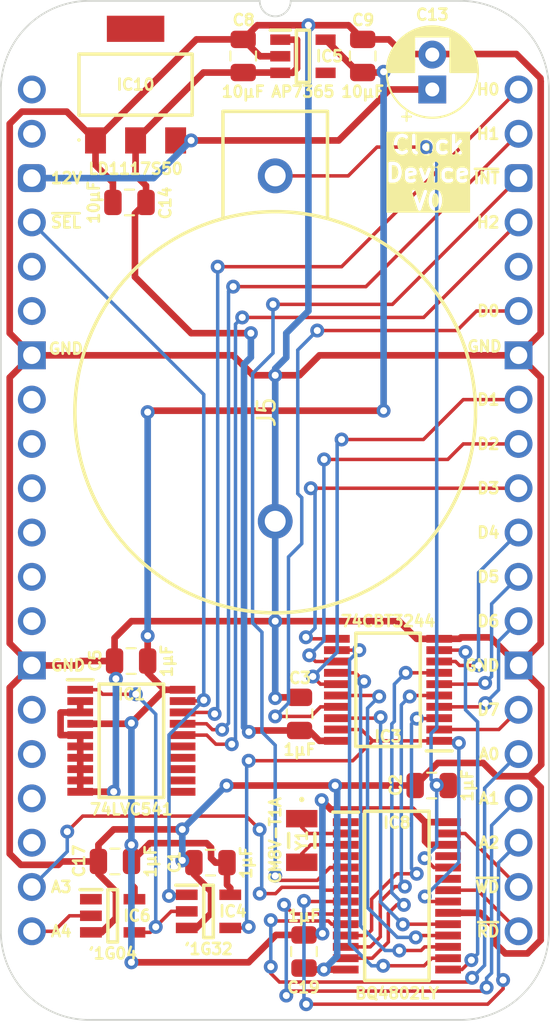
<source format=kicad_pcb>
(kicad_pcb (version 20240108) (generator "pcbnew") (generator_version "8.0")
  (title_block (title "Status Device Board") (date "2024-05-16") (rev "V1"))
  (layers (0 "F.Cu" signal) (31 "B.Cu" signal) (34 "B.Paste" user) (35 "F.Paste" user) (36 "B.SilkS" user "B.Silkscreen") (37 "F.SilkS" user "F.Silkscreen") (38 "B.Mask" user) (39 "F.Mask" user) (44 "Edge.Cuts" user))
  (net 0 "")
  (net 1 "/3.3V")
  (net 9 "/~{A4}")
  (net 11 "/~{CS}")
  (net 12 "GND")
  (net 13 "~{Select}")
  (net 14 "H2")
  (net 15 "H1")
  (net 16 "H0")
  (net 17 "D7")
  (net 18 "D6")
  (net 19 "D5")
  (net 20 "D4")
  (net 21 "D3")
  (net 22 "D2")
  (net 23 "D1")
  (net 24 "D0")
  (net 25 "A0")
  (net 26 "A1")
  (net 27 "A2")
  (net 28 "~{WD}")
  (net 29 "/5V")
  (net 30 "12V")
  (net 33 "/X1")
  (net 35 "/X2")
  (net 36 "/3V Bat")
  (net 39 "~{RD}")
  (net 40 "~{INT}")
  (net 46 "A3")
  (net 47 "A4")
  (net 55 "/DQ3")
  (net 56 "/DQ7")
  (net 57 "/DQ1")
  (net 58 "/DQ2")
  (net 59 "/DQ0")
  (net 60 "/DQ4")
  (net 61 "/DQ6")
  (net 62 "/DQ5")
  (footprint "SamacSys_Parts:C_0805" (layer "F.Cu") (at 5.588 6.477 -90)
    (property "Reference" "C14")
    (property "Value" "10µF")
  )
  (footprint "SamacSys_Parts:C_0805" (layer "F.Cu") (at 22.97 39.904 90)
    (property "Reference" "C2")
    (property "Value" "1μF")
  )
  (footprint "SamacSys_Parts:C_0805" (layer "F.Cu") (at 12.133 -1.905)
    (property "Reference" "C8")
    (property "Value" "10µF")
  )
  (footprint "SamacSys_Parts:C_0805" (layer "F.Cu") (at 10.268 44.323 90)
    (property "Reference" "C1")
    (property "Value" "1μF")
  )
  (footprint "SamacSys_Parts:SIP_20_Pins" (layer "F.Cu") (at 0 0)
    (property "Reference" "J1" (hide yes))
    (property "Value" "Conn_01x20" (hide yes))
  )
  (footprint "SamacSys_Parts:LD1117S33C" (layer "F.Cu") (at 5.955 -0.279)
    (property "Reference" "IC10")
    (property "Value" "LD1117S50C" (hide yes))
  )
  (footprint "SamacSys_Parts:SOP65P640X120-28N" (layer "F.Cu") (at 20.955 46.228)
    (property "Reference" "IC8")
    (property "Value" "BQ4802LYPWR" (hide yes))
  )
  (footprint "SamacSys_Parts:C_0805" (layer "F.Cu") (at 5.715 32.766 90)
    (property "Reference" "C5")
    (property "Value" "1μF")
  )
  (footprint "SamacSys_Parts:SOP65P640X120-20N" (layer "F.Cu") (at 20.447 34.417 180)
    (property "Reference" "IC3")
    (property "Value" "SN74CBT3244CPWR" (hide yes))
  )
  (footprint "SamacSys_Parts:C_0805" (layer "F.Cu") (at 15.367 35.814)
    (property "Reference" "C3")
    (property "Value" "1μF")
  )
  (footprint "SamacSys_Parts:SOT95P275X110-5N" (layer "F.Cu") (at 4.64 47.371)
    (property "Reference" "IC6")
    (property "Value" "74LVC1G04GV,125" (hide yes))
  )
  (footprint "SamacSys_Parts:C_0805" (layer "F.Cu") (at 4.787 44.257 90)
    (property "Reference" "C17")
    (property "Value" "1μF")
  )
  (footprint "SamacSys_Parts:C_0805" (layer "F.Cu") (at 15.621 49.403 180)
    (property "Reference" "C19")
    (property "Value" "1μF")
  )
  (footprint "SamacSys_Parts:SC32S7PF20PPM" (layer "F.Cu") (at 15.494 43.053 -90)
    (property "Reference" "Y1")
    (property "Value" "32.768KHz" (hide yes))
  )
  (footprint "SamacSys_Parts:237-8270" (layer "F.Cu") (at 13.97 18.503 90)
    (property "Reference" "J5")
    (property "Value" "~")
  )
  (footprint "SamacSys_Parts:SOT95P275X110-5N" (layer "F.Cu") (at 10.141 47.117)
    (property "Reference" "IC4")
    (property "Value" "74LVC1G32GV,125" (hide yes))
  )
  (footprint "SamacSys_Parts:C_0805" (layer "F.Cu") (at 18.991 -1.905)
    (property "Reference" "C9")
    (property "Value" "10µF")
  )
  (footprint "SamacSys_Parts:SOP65P640X110-20N" (layer "F.Cu") (at 5.715 37.338)
    (property "Reference" "IC1")
    (property "Value" "74LVC541APW,118" (hide yes))
  )
  (footprint "SamacSys_Parts:SOT95P285X130-5N" (layer "F.Cu") (at 15.562 -1.905)
    (property "Reference" "IC5")
    (property "Value" "AP7365-33WG-7" (hide yes))
  )
  (footprint "SamacSys_Parts:SIP_20_Pins" (layer "F.Cu") (at 27.94 0)
    (property "Reference" "J2" (hide yes))
    (property "Value" "Conn_01x20" (hide yes))
  )
  (footprint "Capacitor_THT:CP_Radial_D5.0mm_P2.00mm" (layer "F.Cu") (at 22.987 0 90)
    (property "Reference" "C13")
    (property "Value" "10μF")
  )
  (footprint "SamacSys_Parts:PinHeader_1x20_P2.54mm_Vertical" (layer "B.Cu") (at 27.94 0 180)
    (property "Reference" "J3" (hide yes))
    (property "Value" "Pin_Header_01x20" (hide yes))
  )
  (footprint "SamacSys_Parts:PinHeader_1x20_P2.54mm_Vertical" (layer "B.Cu") (at 0 0 180)
    (property "Reference" "J4" (hide yes))
    (property "Value" "Pin_Header_01x20" (hide yes))
  )
  (gr_arc (start -1.778 0) (mid -0.299109 -3.588368) (end 3.283981 -5.08) (stroke (width 0.1)) (layer "Edge.Cuts"))
  (gr_arc (start 14.859 -5.08) (mid 13.97 -4.191) (end 13.081 -5.08) (stroke (width 0.1)) (layer "Edge.Cuts"))
  (gr_arc (start 24.599257 -5.079999) (mid 28.194 -3.594743) (end 29.679256 0) (stroke (width 0.1)) (layer "Edge.Cuts"))
  (gr_arc (start 3.283981 53.34) (mid -0.299109 51.848368) (end -1.778 48.26) (stroke (width 0.1)) (layer "Edge.Cuts"))
  (gr_line (start 29.679257 0) (end 29.679257 48.26) (stroke (width 0.1)) (layer "Edge.Cuts"))
  (gr_arc (start 29.679257 48.26) (mid 28.200366 51.848368) (end 24.617276 53.34) (stroke (width 0.1)) (layer "Edge.Cuts"))
  (gr_line (start 24.617276 53.34) (end 3.283981 53.34) (stroke (width 0.1)) (layer "Edge.Cuts"))
  (gr_line (start 13.081 -5.08) (end 3.283981 -5.08) (stroke (width 0.1)) (layer "Edge.Cuts"))
  (gr_line (start -1.778 0) (end -1.778 48.26) (stroke (width 0.1)) (layer "Edge.Cuts"))
  (gr_line (start 24.599257 -5.079999) (end 14.859 -5.08) (stroke (width 0.1)) (layer "Edge.Cuts"))
  (gr_text "D0" (at 26.924 12.7 0) (layer "F.SilkS") (effects (font (size 0.635 0.635) (thickness 0.15) (bold yes)) (justify right)))
  (gr_text "GND" (at 27.051 14.732 0) (layer "F.SilkS") (effects (font (size 0.635 0.635) (thickness 0.15) (bold yes)) (justify right)))
  (gr_text "12V" (at 1.016 5.08 0) (layer "F.SilkS") (effects (font (size 0.635 0.635) (thickness 0.15) (bold yes)) (justify left)))
  (gr_text "H2" (at 26.924 7.62 0) (layer "F.SilkS") (effects (font (size 0.635 0.635) (thickness 0.15) (bold yes)) (justify right)))
  (gr_text "A4" (at 1.016 48.26 0) (layer "F.SilkS") (effects (font (size 0.635 0.635) (thickness 0.15) (bold yes)) (justify left)))
  (gr_text "GND" (at 1.016 33.02 0) (layer "F.SilkS") (effects (font (size 0.635 0.635) (thickness 0.15) (bold yes)) (justify left)))
  (gr_text "A0" (at 26.924 38.1 0) (layer "F.SilkS") (effects (font (size 0.635 0.635) (thickness 0.15) (bold yes)) (justify right)))
  (gr_text "D5" (at 26.924 27.94 0) (layer "F.SilkS") (effects (font (size 0.635 0.635) (thickness 0.15) (bold yes)) (justify right)))
  (gr_text "A2" (at 26.924 43.18 0) (layer "F.SilkS") (effects (font (size 0.635 0.635) (thickness 0.15) (bold yes)) (justify right)))
  (gr_text "~{INT}" (at 26.924 5.08 0) (layer "F.SilkS") (effects (font (size 0.635 0.635) (thickness 0.15) (bold yes)) (justify right)))
  (gr_text "A3" (at 1.016 45.72 0) (layer "F.SilkS") (effects (font (size 0.635 0.635) (thickness 0.15) (bold yes)) (justify left)))
  (gr_text "~{SEL}" (at 1.016 7.62 0) (layer "F.SilkS") (effects (font (size 0.635 0.635) (thickness 0.15) (bold yes)) (justify left)))
  (gr_text "H0" (at 26.924 0 0) (layer "F.SilkS") (effects (font (size 0.635 0.635) (thickness 0.15) (bold yes)) (justify right)))
  (gr_text "D2" (at 26.924 20.32 0) (layer "F.SilkS") (effects (font (size 0.635 0.635) (thickness 0.15) (bold yes)) (justify right)))
  (gr_text "D1" (at 26.924 17.78 0) (layer "F.SilkS") (effects (font (size 0.635 0.635) (thickness 0.15) (bold yes)) (justify right)))
  (gr_text "D3" (at 26.924 22.86 0) (layer "F.SilkS") (effects (font (size 0.635 0.635) (thickness 0.15) (bold yes)) (justify right)))
  (gr_text "~{WD}" (at 26.924 45.72 0) (layer "F.SilkS") (effects (font (size 0.635 0.635) (thickness 0.15) (bold yes)) (justify right)))
  (gr_text "GND" (at 26.924 33.02 0) (layer "F.SilkS") (effects (font (size 0.635 0.635) (thickness 0.15) (bold yes)) (justify right)))
  (gr_text "D6" (at 26.924 30.48 0) (layer "F.SilkS") (effects (font (size 0.635 0.635) (thickness 0.15) (bold yes)) (justify right)))
  (gr_text "~{RD}" (at 26.924 48.26 0) (layer "F.SilkS") (effects (font (size 0.635 0.635) (thickness 0.15) (bold yes)) (justify right)))
  (gr_text "D7" (at 26.924 35.56 0) (layer "F.SilkS") (effects (font (size 0.635 0.635) (thickness 0.15) (bold yes)) (justify right)))
  (gr_text "A1" (at 26.924 40.64 0) (layer "F.SilkS") (effects (font (size 0.635 0.635) (thickness 0.15) (bold yes)) (justify right)))
  (gr_text "Clock\nDevice\nV0" (at 22.733 6.985 0) (layer "F.SilkS" knockout) (effects (font (size 1 1) (thickness 0.2) (bold yes)) (justify bottom)))
  (gr_text "H1" (at 26.924 2.54 0) (layer "F.SilkS") (effects (font (size 0.635 0.635) (thickness 0.15) (bold yes)) (justify right)))
  (gr_text "D4" (at 26.924 25.4 0) (layer "F.SilkS") (effects (font (size 0.635 0.635) (thickness 0.15) (bold yes)) (justify right)))
  (gr_text "GND" (at 0.889 14.859 0) (layer "F.SilkS") (effects (font (size 0.635 0.635) (thickness 0.15) (bold yes)) (justify left)))
  (segment (start 5.674 36.363) (end 5.715 36.322) (width 0.38) (layer "F.Cu") (net 1))
  (segment (start 6.649 33.446) (end 7.616 34.413) (width 0.38) (layer "F.Cu") (net 1))
  (segment (start 5.89 46.421) (end 5.89 45.762) (width 0.38) (layer "F.Cu") (net 1))
  (segment (start 5.715 43.307) (end 5.715 44.251) (width 0.38) (layer "F.Cu") (net 1))
  (segment (start 10.287 44.069) (end 10.287 43.462) (width 0.38) (layer "F.Cu") (net 1))
  (segment (start 7.616 34.413) (end 8.653 34.413) (width 0.38) (layer "F.Cu") (net 1))
  (segment (start 10.033 43.208) (end 6.77 43.208) (width 0.38) (layer "F.Cu") (net 1))
  (segment (start 2.777 36.363) (end 5.674 36.363) (width 0.38) (layer "F.Cu") (net 1))
  (segment (start 10.287 43.462) (end 10.033 43.208) (width 0.38) (layer "F.Cu") (net 1))
  (segment (start 11.202 44.323) (end 10.541 44.323) (width 0.38) (layer "F.Cu") (net 1))
  (segment (start 22.572 43.0995) (end 22.572 42.003) (width 0.38) (layer "F.Cu") (net 1))
  (segment (start 5.715 36.314) (end 5.715 36.322) (width 0.38) (layer "F.Cu") (net 1))
  (segment (start 11.391 46.167) (end 11.391 45.782) (width 0.38) (layer "F.Cu") (net 1))
  (segment (start 11.391 45.782) (end 11.202 45.593) (width 0.38) (layer "F.Cu") (net 1))
  (segment (start 19.983998 -1.016) (end 20.193 -1.016) (width 0.38) (layer "F.Cu") (net 1))
  (segment (start 15.621 48.469) (end 16.597498 48.469) (width 0.38) (layer "F.Cu") (net 1))
  (segment (start 15.621 48.469) (end 14.015 48.469) (width 0.38) (layer "F.Cu") (net 1))
  (segment (start 22.572 42.003) (end 23.893 42.003) (width 0.38) (layer "F.Cu") (net 1))
  (segment (start 22.7755 43.303) (end 22.572 43.0995) (width 0.38) (layer "F.Cu") (net 1))
  (segment (start 11.202 44.323) (end 11.202 45.593) (width 0.38) (layer "F.Cu") (net 1))
  (segment (start 6.649 32.766) (end 6.649 33.446) (width 0.38) (layer "F.Cu") (net 1))
  (segment (start 21.844 41.275) (end 17.168 41.275) (width 0.38) (layer "F.Cu") (net 1))
  (segment (start 18.991 -0.971) (end 19.938998 -0.971) (width 0.38) (layer "F.Cu") (net 1))
  (segment (start 6.649 31.320002) (end 6.648998 31.32) (width 0.38) (layer "F.Cu") (net 1))
  (segment (start 19.938998 -0.971) (end 19.983998 -1.016) (width 0.38) (layer "F.Cu") (net 1))
  (segment (start 5.721 44.257) (end 5.721 45.593) (width 0.38) (layer "F.Cu") (net 1))
  (segment (start 23.893 43.303) (end 22.7755 43.303) (width 0.38) (layer "F.Cu") (net 1))
  (segment (start 7.616 34.413) (end 5.715 36.314) (width 0.38) (layer "F.Cu") (net 1))
  (segment (start 18.746 -0.971) (end 16.862 -2.855) (width 0.38) (layer "F.Cu") (net 1))
  (segment (start 6.649 32.766) (end 6.649 31.320002) (width 0.38) (layer "F.Cu") (net 1))
  (segment (start 6.731 18.415) (end 6.648998 18.497002) (width 0.38) (layer "F.Cu") (net 1))
  (segment (start 6.77 43.208) (end 5.721 44.257) (width 0.38) (layer "F.Cu") (net 1))
  (segment (start 17.168 41.275) (end 16.637 40.744) (width 0.38) (layer "F.Cu") (net 1))
  (segment (start 10.541 44.323) (end 10.287 44.069) (width 0.38) (layer "F.Cu") (net 1))
  (segment (start 5.89 45.762) (end 5.721 45.593) (width 0.38) (layer "F.Cu") (net 1))
  (segment (start 22.572 42.003) (end 21.844 41.275) (width 0.38) (layer "F.Cu") (net 1))
  (segment (start 20.193 18.415) (end 6.731 18.415) (width 0.38) (layer "F.Cu") (net 1))
  (segment (start 16.597498 48.469) (end 16.679498 48.387) (width 0.38) (layer "F.Cu") (net 1))
  (segment (start 14.015 48.469) (end 12.446 50.038) (width 0.38) (layer "F.Cu") (net 1))
  (segment (start 12.446 50.038) (end 5.715004 50.038) (width 0.38) (layer "F.Cu") (net 1))
  (via (at 16.637 40.744) (size 0.8) (drill 0.4) (layers "F.Cu" "B.Cu") (net 1))
  (via (at 5.715004 50.038) (size 0.8) (drill 0.4) (layers "F.Cu" "B.Cu") (net 1))
  (via (at 5.715 43.307) (size 0.8) (drill 0.4) (layers "F.Cu" "B.Cu") (net 1))
  (via (at 16.679498 48.387) (size 0.8) (drill 0.4) (layers "F.Cu" "B.Cu") (net 1))
  (via (at 20.193 -1.016) (size 0.8) (drill 0.4) (layers "F.Cu" "B.Cu") (net 1))
  (via (at 6.648998 18.497002) (size 0.8) (drill 0.4) (layers "F.Cu" "B.Cu") (net 1))
  (via (at 20.193 18.415) (size 0.8) (drill 0.4) (layers "F.Cu" "B.Cu") (net 1))
  (via (at 6.648998 31.32) (size 0.8) (drill 0.4) (layers "F.Cu" "B.Cu") (net 1))
  (via (at 5.715 36.322) (size 0.8) (drill 0.4) (layers "F.Cu" "B.Cu") (net 1))
  (segment (start 6.648998 31.32) (end 6.648998 18.497002) (width 0.38) (layer "B.Cu") (net 1))
  (segment (start 16.679498 48.387) (end 16.679498 40.786498) (width 0.38) (layer "B.Cu") (net 1))
  (segment (start 5.715004 43.307004) (end 5.715004 50.038) (width 0.38) (layer "B.Cu") (net 1))
  (segment (start 20.193 18.415) (end 20.193 -1.016) (width 0.38) (layer "B.Cu") (net 1))
  (segment (start 5.715 36.322) (end 5.715 43.307) (width 0.38) (layer "B.Cu") (net 1))
  (segment (start 16.679498 40.786498) (end 16.637 40.744) (width 0.38) (layer "B.Cu") (net 1))
  (segment (start 5.715 43.307) (end 5.715004 43.307004) (width 0.38) (layer "B.Cu") (net 1))
  (segment (start 3.806 34.413) (end 2.777 34.413) (width 0.2) (layer "F.Cu") (net 9))
  (segment (start 8.001 47.117) (end 8.891 47.117) (width 0.2) (layer "F.Cu") (net 9))
  (segment (start 7.112 48.006) (end 8.001 47.117) (width 0.2) (layer "F.Cu") (net 9))
  (segment (start 5.89 48.321) (end 6.797 48.321) (width 0.2) (layer "F.Cu") (net 9))
  (segment (start 6.797 48.321) (end 7.112 48.006) (width 0.2) (layer "F.Cu") (net 9))
  (segment (start 5.969 34.671) (end 4.064 34.671) (width 0.2) (layer "F.Cu") (net 9))
  (segment (start 4.064 34.671) (end 3.806 34.413) (width 0.2) (layer "F.Cu") (net 9))
  (via (at 5.969 34.671) (size 0.8) (drill 0.4) (layers "F.Cu" "B.Cu") (net 9))
  (via (at 7.112 48.006) (size 0.8) (drill 0.4) (layers "F.Cu" "B.Cu") (net 9))
  (segment (start 7.112 35.814) (end 5.969 34.671) (width 0.2) (layer "B.Cu") (net 9))
  (segment (start 7.112 48.006) (end 7.112 35.814) (width 0.2) (layer "B.Cu") (net 9))
  (segment (start 23.893 46.553) (end 22.847505 46.553) (width 0.2) (layer "F.Cu") (net 11))
  (segment (start 19.562 37.342) (end 18.912 36.692) (width 0.2) (layer "F.Cu") (net 11))
  (segment (start 22.847505 46.553) (end 22.558519 46.264014) (width 0.2) (layer "F.Cu") (net 11))
  (segment (start 18.423 38.481) (end 12.445994 38.481) (width 0.2) (layer "F.Cu") (net 11))
  (segment (start 11.391 48.067) (end 12.385 48.067) (width 0.2) (layer "F.Cu") (net 11))
  (segment (start 23.385 37.342) (end 19.562 37.342) (width 0.2) (layer "F.Cu") (net 11))
  (segment (start 18.912 36.692) (end 17.509 36.692) (width 0.2) (layer "F.Cu") (net 11))
  (segment (start 12.385 48.067) (end 12.446 48.006) (width 0.2) (layer "F.Cu") (net 11))
  (segment (start 23.385 37.342) (end 24.388 37.342) (width 0.2) (layer "F.Cu") (net 11))
  (segment (start 24.388 37.342) (end 24.511 37.465) (width 0.2) (layer "F.Cu") (net 11))
  (segment (start 19.562 37.342) (end 18.423 38.481) (width 0.2) (layer "F.Cu") (net 11))
  (via (at 12.445994 38.481) (size 0.8) (drill 0.4) (layers "F.Cu" "B.Cu") (net 11))
  (via (at 24.511 37.465) (size 0.8) (drill 0.4) (layers "F.Cu" "B.Cu") (net 11))
  (via (at 12.446 48.006) (size 0.8) (drill 0.4) (layers "F.Cu" "B.Cu") (net 11))
  (via (at 22.558519 46.264014) (size 0.8) (drill 0.4) (layers "F.Cu" "B.Cu") (net 11))
  (segment (start 12.331 47.891) (end 12.331 38.595994) (width 0.2) (layer "B.Cu") (net 11))
  (segment (start 12.331 38.595994) (end 12.445994 38.481) (width 0.2) (layer "B.Cu") (net 11))
  (segment (start 12.446 48.006) (end 12.331 47.891) (width 0.2) (layer "B.Cu") (net 11))
  (segment (start 22.558519 46.264014) (end 24.511 44.311533) (width 0.2) (layer "B.Cu") (net 11))
  (segment (start 24.511 44.311533) (end 24.511 37.465) (width 0.2) (layer "B.Cu") (net 11))
  (segment (start -0.572915 1.27) (end 2.004 1.27) (width 0.38) (layer "F.Cu") (net 12))
  (segment (start 27.94 33.02) (end 26.330485 31.410485) (width 0.38) (layer "F.Cu") (net 12))
  (segment (start 25.908 38.608) (end 26.67 39.37) (width 0.38) (layer "F.Cu") (net 12))
  (segment (start 20.497 -2.871) (end 21.336 -2.032) (width 0.38) (layer "F.Cu") (net 12))
  (segment (start 22.004 39.904) (end 23.3 38.608) (width 0.38) (layer "F.Cu") (net 12))
  (segment (start -1.27 16.51) (end -1.27 31.75) (width 0.38) (layer "F.Cu") (net 12))
  (segment (start 27.94 15.24) (end 29.21 13.97) (width 0.38) (layer "F.Cu") (net 12))
  (segment (start 26.67 39.37) (end 28.575 39.37) (width 0.38) (layer "F.Cu") (net 12))
  (segment (start -1.27 1.967085) (end -0.572915 1.27) (width 0.38) (layer "F.Cu") (net 12))
  (segment (start 9.447 -2.871) (end 3.655 2.921) (width 0.38) (layer "F.Cu") (net 12))
  (segment (start 1.6595 37.013) (end 1.6495 37.003) (width 0.38) (layer "F.Cu") (net 12))
  (segment (start 29.21 16.51) (end 29.21 31.75) (width 0.38) (layer "F.Cu") (net 12))
  (segment (start 12.700004 16.383004) (end 13.97 16.383004) (width 0.38) (layer "F.Cu") (net 12))
  (segment (start 29.239257 34.319257) (end 27.94 33.02) (width 0.38) (layer "F.Cu") (net 12))
  (segment (start 1.6595 35.713) (end 2.777 35.713) (width 0.38) (layer "F.Cu") (net 12))
  (segment (start 18.017 50.453) (end 16.764 50.453) (width 0.38) (layer "F.Cu") (net 12))
  (segment (start 26.543 48.895) (end 27.178 49.53) (width 0.38) (layer "F.Cu") (net 12))
  (segment (start 29.21 -0.462171) (end 29.19762 -0.606292) (width 0.38) (layer "F.Cu") (net 12))
  (segment (start 29.21 31.75) (end 27.94 33.02) (width 0.38) (layer "F.Cu") (net 12))
  (segment (start 10.287 45.974) (end 10.287 47.225) (width 0.38) (layer "F.Cu") (net 12))
  (segment (start 1.717 44.257) (end 1.524 44.45) (width 0.38) (layer "F.Cu") (net 12))
  (segment (start 15.875 -3.683) (end 12.945 -3.683) (width 0.38) (layer "F.Cu") (net 12))
  (segment (start 12.945 -3.683) (end 12.133 -2.871) (width 0.38) (layer "F.Cu") (net 12))
  (segment (start 16.51 15.24) (end 15.366996 16.383004) (width 0.38) (layer "F.Cu") (net 12))
  (segment (start 27.178 49.53) (end 28.448 49.53) (width 0.38) (layer "F.Cu") (net 12))
  (segment (start 15.367 34.848) (end 14.012997 34.848) (width 0.38) (layer "F.Cu") (net 12))
  (segment (start 4.654 5.334) (end 3.655 4.335) (width 0.38) (layer "F.Cu") (net 12))
  (segment (start 2.777 38.963) (end 2.777 38.313) (width 0.38) (layer "F.Cu") (net 12))
  (segment (start 4.749 33.705) (end 4.826 33.782) (width 0.38) (layer "F.Cu") (net 12))
  (segment (start 1.6495 35.723) (end 1.6595 35.713) (width 0.38) (layer "F.Cu") (net 12))
  (segment (start 29.21 48.768) (end 29.21 40.005) (width 0.38) (layer "F.Cu") (net 12))
  (segment (start 23.385 31.492) (end 24.556485 31.492) (width 0.38) (layer "F.Cu") (net 12))
  (segment (start 0 15.24) (end -1.27 16.51) (width 0.38) (layer "F.Cu") (net 12))
  (segment (start 28.575 39.37) (end 29.239257 38.705743) (width 0.38) (layer "F.Cu") (net 12))
  (segment (start 1.6495 37.003) (end 1.6495 35.723) (width 0.38) (layer "F.Cu") (net 12))
  (segment (start -1.27 43.815) (end -1.27 34.29) (width 0.38) (layer "F.Cu") (net 12))
  (segment (start 11.557 15.24) (end 12.700004 16.383004) (width 0.38) (layer "F.Cu") (net 12))
  (segment (start 4.749 31.446) (end 5.715 30.48) (width 0.38) (layer "F.Cu") (net 12))
  (segment (start 3.821 44.969) (end 4.826 45.974) (width 0.38) (layer "F.Cu") (net 12))
  (segment (start 4.749 32.766) (end 4.749 33.705) (width 0.38) (layer "F.Cu") (net 12))
  (segment (start 0 15.24) (end -1.27 13.97) (width 0.38) (layer "F.Cu") (net 12))
  (segment (start -1.27 31.75) (end 0 33.02) (width 0.38) (layer "F.Cu") (net 12))
  (segment (start 27.94 15.24) (end 16.51 15.24) (width 0.38) (layer "F.Cu") (net 12))
  (segment (start 2.004 1.27) (end 3.655 2.921) (width 0.38) (layer "F.Cu") (net 12))
  (segment (start -0.635 44.45) (end -1.27 43.815) (width 0.38) (layer "F.Cu") (net 12))
  (segment (start 9.302 44.323) (end 9.302 44.989) (width 0.38) (layer "F.Cu") (net 12))
  (segment (start 16.764 50.453) (end 15.705 50.453) (width 0.38) (layer "F.Cu") (net 12))
  (segment (start 2.54 33.02) (end 0 33.02) (width 0.38) (layer "F.Cu") (net 12))
  (segment (start 21.336 -2.032) (end 23.368 -2.032) (width 0.38) (layer "F.Cu") (net 12))
  (segment (start 27.94 15.24) (end 29.21 16.51) (width 0.38) (layer "F.Cu") (net 12))
  (segment (start 11.176006 39.904) (end 17.411 39.904) (width 0.38) (layer "F.Cu") (net 12))
  (segment (start 4.826 45.974) (end 4.826 47.498) (width 0.38) (layer "F.Cu") (net 12))
  (segment (start 2.777 35.063) (end 2.777 35.713) (width 0.38) (layer "F.Cu") (net 12))
  (segment (start 9.302 44.989) (end 10.287 45.974) (width 0.38) (layer "F.Cu") (net 12))
  (segment (start 10.287 47.225) (end 9.445 48.067) (width 0.38) (layer "F.Cu") (net 12))
  (segment (start -1.27 34.29) (end 0 33.02) (width 0.38) (layer "F.Cu") (net 12))
  (segment (start 15.366996 16.383004) (end 13.97 16.383004) (width 0.38) (layer "F.Cu") (net 12))
  (segment (start 2.777 38.313) (end 2.777 37.663) (width 0.38) (layer "F.Cu") (net 12))
  (segment (start 4.749 32.766) (end 4.749 31.446) (width 0.38) (layer "F.Cu") (net 12))
  (segment (start 23.385 31.492) (end 22.094 31.492) (width 0.38) (layer "F.Cu") (net 12))
  (segment (start 26.330485 31.410485) (end 24.638 31.410485) (width 0.38) (layer "F.Cu") (net 12))
  (segment (start 3.821 44.257) (end 1.717 44.257) (width 0.38) (layer "F.Cu") (net 12))
  (segment (start -1.27 13.97) (end -1.27 1.967085) (width 0.38) (layer "F.Cu") (net 12))
  (segment (start 23.893 47.203) (end 25.74 47.203) (width 0.38) (layer "F.Cu") (net 12))
  (segment (start 18.991 -2.871) (end 18.179 -3.683) (width 0.38) (layer "F.Cu") (net 12))
  (segment (start 4.749 32.766) (end 2.794 32.766) (width 0.38) (layer "F.Cu") (net 12))
  (segment (start 25.74 47.203) (end 26.543 48.006) (width 0.38) (layer "F.Cu") (net 12))
  (segment (start 2.777 37.663) (end 2.777 37.013) (width 0.38) (layer "F.Cu") (net 12))
  (segment (start 12.133 -2.871) (end 9.447 -2.871) (width 0.38) (layer "F.Cu") (net 12))
  (segment (start 2.794 32.766) (end 2.54 33.02) (width 0.38) (layer "F.Cu") (net 12))
  (segment (start 12.133 -2.871) (end 13.099 -1.905) (width 0.38) (layer "F.Cu") (net 12))
  (segment (start 9.302 44.323) (end 8.763 44.323) (width 0.38) (layer "F.Cu") (net 12))
  (segment (start 29.239257 38.705743) (end 29.239257 34.319257) (width 0.38) (layer "F.Cu") (net 12))
  (segment (start 18.179 -3.683) (end 15.875 -3.683) (width 0.38) (layer "F.Cu") (net 12))
  (segment (start 4.003 48.321) (end 3.39 48.321) (width 0.38) (layer "F.Cu") (net 12))
  (segment (start 1.524 44.45) (end -0.635 44.45) (width 0.38) (layer "F.Cu") (net 12))
  (segment (start 4.699 42.418) (end 3.821 43.296) (width 0.38) (layer "F.Cu") (net 12))
  (segment (start 18.991 -2.871) (end 20.497 -2.871) (width 0.38) (layer "F.Cu") (net 12))
  (segment (start 24.556485 31.492) (end 24.638 31.410485) (width 0.38) (layer "F.Cu") (net 12))
  (segment (start 29.19762 -0.606292) (end 29.18891 -0.65609) (width 0.38) (layer "F.Cu") (net 12))
  (segment (start 5.715 30.48) (end 13.97 30.48) (width 0.38) (layer "F.Cu") (net 12))
  (segment (start 8.636 42.418) (end 4.699 42.418) (width 0.38) (layer "F.Cu") (net 12))
  (segment (start 3.821 43.296) (end 3.821 44.257) (width 0.38) (layer "F.Cu") (net 12))
  (segment (start 27.813 -2.032) (end 23.368 -2.032) (width 0.38) (layer "F.Cu") (net 12))
  (segment (start 29.18891 -0.65609) (end 27.813 -2.032) (width 0.38) (layer "F.Cu") (net 12))
  (segment (start 22.004 39.904) (end 17.411 39.904) (width 0.38) (layer "F.Cu") (net 12))
  (segment (start 4.654 6.477) (end 4.654 5.334) (width 0.38) (layer "F.Cu") (net 12))
  (segment (start 4.699 40.259) (end 2.781 40.259) (width 0.38) (layer "F.Cu") (net 12))
  (segment (start 3.655 4.335) (end 3.655 2.921) (width 0.38) (layer "F.Cu") (net 12))
  (segment (start 4.826 47.498) (end 4.003 48.321) (width 0.38) (layer "F.Cu") (net 12))
  (segment (start 9.445 48.067) (end 8.891 48.067) (width 0.38) (layer "F.Cu") (net 12))
  (segment (start 2.777 39.613) (end 2.777 38.963) (width 0.38) (layer "F.Cu") (net 12))
  (segment (start 2.777 37.013) (end 1.6595 37.013) (width 0.38) (layer "F.Cu") (net 12))
  (segment (start 13.099 -1.905) (end 14.262 -1.905) (width 0.38) (layer "F.Cu") (net 12))
  (segment (start 21.082 30.48) (end 13.97 30.48) (width 0.38) (layer "F.Cu") (net 12))
  (segment (start 28.448 49.53) (end 29.21 48.768) (width 0.38) (layer "F.Cu") (net 12))
  (segment (start 14.012997 34.848) (end 13.97 34.890997) (width 0.38) (layer "F.Cu") (net 12))
  (segment (start 29.21 13.97) (end 29.21 -0.462171) (width 0.38) (layer "F.Cu") (net 12))
  (segment (start 22.094 31.492) (end 21.082 30.48) (width 0.38) (layer "F.Cu") (net 12))
  (segment (start 23.3 38.608) (end 25.908 38.608) (width 0.38) (layer "F.Cu") (net 12))
  (segment (start 2.777 40.263) (end 2.777 39.613) (width 0.38) (layer "F.Cu") (net 12))
  (segment (start 29.21 40.005) (end 28.575 39.37) (width 0.38) (layer "F.Cu") (net 12))
  (segment (start 3.821 44.257) (end 3.821 44.969) (width 0.38) (layer "F.Cu") (net 12))
  (segment (start 0 15.24) (end 11.557 15.24) (width 0.38) (layer "F.Cu") (net 12))
  (segment (start 26.543 48.006) (end 26.543 48.895) (width 0.38) (layer "F.Cu") (net 12))
  (segment (start 8.763 44.323) (end 8.636 44.196) (width 0.38) (layer "F.Cu") (net 12))
  (via (at 4.699 40.259) (size 0.8) (drill 0.4) (layers "F.Cu" "B.Cu") (net 12))
  (via (at 11.176006 39.904) (size 0.8) (drill 0.4) (layers "F.Cu" "B.Cu") (net 12))
  (via (at 8.636 44.196) (size 0.8) (drill 0.4) (layers "F.Cu" "B.Cu") (net 12))
  (via (at 13.97 30.48) (size 0.8) (drill 0.4) (layers "F.Cu" "B.Cu") (net 12))
  (via (at 13.97 16.383004) (size 0.8) (drill 0.4) (layers "F.Cu" "B.Cu") (net 12))
  (via (at 17.411 39.904) (size 0.8) (drill 0.4) (layers "F.Cu" "B.Cu") (net 12))
  (via (at 16.764 50.453) (size 0.8) (drill 0.4) (layers "F.Cu" "B.Cu") (net 12))
  (via (at 4.826 33.782) (size 0.8) (drill 0.4) (layers "F.Cu" "B.Cu") (net 12))
  (via (at 13.97 34.890997) (size 0.8) (drill 0.4) (layers "F.Cu" "B.Cu") (net 12))
  (via (at 8.636 42.418) (size 0.8) (drill 0.4) (layers "F.Cu" "B.Cu") (net 12))
  (via (at 15.875 -3.683) (size 0.8) (drill 0.4) (layers "F.Cu" "B.Cu") (net 12))
  (segment (start 4.826 33.782) (end 4.826 40.132) (width 0.38) (layer "B.Cu") (net 12))
  (segment (start 4.826 40.132) (end 4.699 40.259) (width 0.38) (layer "B.Cu") (net 12))
  (segment (start 13.97 30.48) (end 13.97 34.890997) (width 0.38) (layer "B.Cu") (net 12))
  (segment (start 16.764 50.453) (end 17.526004 49.690996) (width 0.38) (layer "B.Cu") (net 12))
  (segment (start 14.605 15.367) (end 14.605 13.97) (width 0.38) (layer "B.Cu") (net 12))
  (segment (start 13.97 24.753) (end 13.97 16.383004) (width 0.38) (layer "B.Cu") (net 12))
  (segment (start 17.526004 40.019004) (end 17.411 39.904) (width 0.38) (layer "B.Cu") (net 12))
  (segment (start 13.97 16.002) (end 14.605 15.367) (width 0.38) (layer "B.Cu") (net 12))
  (segment (start 15.875 12.7) (end 15.875 -3.683) (width 0.38) (layer "B.Cu") (net 12))
  (segment (start 14.605 13.97) (end 15.875 12.7) (width 0.38) (layer "B.Cu") (net 12))
  (segment (start 13.97 24.753) (end 13.97 30.48) (width 0.38) (layer "B.Cu") (net 12))
  (segment (start 8.636 42.418) (end 11.15 39.904) (width 0.38) (layer "B.Cu") (net 12))
  (segment (start 17.526004 49.690996) (end 17.526004 40.019004) (width 0.38) (layer "B.Cu") (net 12))
  (segment (start 8.636 44.196) (end 8.636 42.418) (width 0.38) (layer "B.Cu") (net 12))
  (segment (start 13.97 16.383004) (end 13.97 16.002) (width 0.38) (layer "B.Cu") (net 12))
  (segment (start 11.15 39.904) (end 11.176006 39.904) (width 0.38) (layer "B.Cu") (net 12))
  (segment (start 9.824171 35.052) (end 9.868805 35.007366) (width 0.2) (layer "F.Cu") (net 13))
  (segment (start 8.664 35.052) (end 9.824171 35.052) (width 0.2) (layer "F.Cu") (net 13))
  (segment (start 7.935 46.167) (end 7.874 46.228) (width 0.2) (layer "F.Cu") (net 13))
  (segment (start 8.891 46.167) (end 7.935 46.167) (width 0.2) (layer "F.Cu") (net 13))
  (via (at 7.874 46.228) (size 0.8) (drill 0.4) (layers "F.Cu" "B.Cu") (net 13))
  (via (at 9.868805 35.007366) (size 0.8) (drill 0.4) (layers "F.Cu" "B.Cu") (net 13))
  (segment (start 7.874 46.228) (end 7.874 37.002171) (width 0.2) (layer "B.Cu") (net 13))
  (segment (start 7.874 37.002171) (end 9.868805 35.007366) (width 0.2) (layer "B.Cu") (net 13))
  (segment (start 5.968996 13.589) (end 5.968996 13.588996) (width 0.2) (layer "B.Cu") (net 13))
  (segment (start 9.868805 17.488809) (end 5.968996 13.589) (width 0.2) (layer "B.Cu") (net 13))
  (segment (start 9.868805 35.007366) (end 9.868805 17.488809) (width 0.2) (layer "B.Cu") (net 13))
  (segment (start 5.968996 13.588996) (end 0 7.62) (width 0.2) (layer "B.Cu") (net 13))
  (segment (start 11.476703 37.535053) (end 10.566392 37.535053) (width 0.2) (layer "F.Cu") (net 14))
  (segment (start 27.94 7.62) (end 22.491006 13.068994) (width 0.2) (layer "F.Cu") (net 14))
  (segment (start 10.044339 37.013) (end 8.653 37.013) (width 0.2) (layer "F.Cu") (net 14))
  (segment (start 10.566392 37.535053) (end 10.044339 37.013) (width 0.2) (layer "F.Cu") (net 14))
  (segment (start 22.491006 13.068994) (end 12.077 13.068994) (width 0.2) (layer "F.Cu") (net 14))
  (via (at 11.476703 37.535053) (size 0.8) (drill 0.4) (layers "F.Cu" "B.Cu") (net 14))
  (via (at 12.077 13.068994) (size 0.8) (drill 0.4) (layers "F.Cu" "B.Cu") (net 14))
  (segment (start 11.69 13.455994) (end 12.077 13.068994) (width 0.2) (layer "B.Cu") (net 14))
  (segment (start 11.476703 37.535053) (end 11.69 37.321756) (width 0.2) (layer "B.Cu") (net 14))
  (segment (start 11.69 37.321756) (end 11.69 13.455994) (width 0.2) (layer "B.Cu") (net 14))
  (segment (start 10.369002 36.703002) (end 10.922 36.703002) (width 0.2) (layer "F.Cu") (net 15))
  (segment (start 10.029 36.363) (end 10.369002 36.703002) (width 0.2) (layer "F.Cu") (net 15))
  (segment (start 19.177 11.303) (end 11.557 11.303) (width 0.2) (layer "F.Cu") (net 15))
  (segment (start 27.94 2.54) (end 19.177 11.303) (width 0.2) (layer "F.Cu") (net 15))
  (segment (start 8.653 36.363) (end 10.029 36.363) (width 0.2) (layer "F.Cu") (net 15))
  (via (at 10.922 36.703002) (size 0.8) (drill 0.4) (layers "F.Cu" "B.Cu") (net 15))
  (via (at 11.557 11.303) (size 0.8) (drill 0.4) (layers "F.Cu" "B.Cu") (net 15))
  (segment (start 10.922 36.703002) (end 11.29 36.335002) (width 0.2) (layer "B.Cu") (net 15))
  (segment (start 11.29 36.335002) (end 11.29 11.57) (width 0.2) (layer "B.Cu") (net 15))
  (segment (start 11.29 11.57) (end 11.557 11.303) (width 0.2) (layer "B.Cu") (net 15))
  (segment (start 17.78 10.16) (end 10.668008 10.16) (width 0.2) (layer "F.Cu") (net 16))
  (segment (start 10.407978 35.713) (end 10.492426 35.797448) (width 0.2) (layer "F.Cu") (net 16))
  (segment (start 8.653 35.713) (end 10.407978 35.713) (width 0.2) (layer "F.Cu") (net 16))
  (segment (start 27.94 0) (end 17.78 10.16) (width 0.2) (layer "F.Cu") (net 16))
  (via (at 10.668008 10.16) (size 0.8) (drill 0.4) (layers "F.Cu" "B.Cu") (net 16))
  (via (at 10.492426 35.797448) (size 0.8) (drill 0.4) (layers "F.Cu" "B.Cu") (net 16))
  (segment (start 10.668008 35.621866) (end 10.668008 10.16) (width 0.2) (layer "B.Cu") (net 16))
  (segment (start 10.492426 35.797448) (end 10.668008 35.621866) (width 0.2) (layer "B.Cu") (net 16))
  (segment (start 26.808 36.692) (end 27.94 35.56) (width 0.2) (layer "F.Cu") (net 17))
  (segment (start 23.385 36.692) (end 26.808 36.692) (width 0.2) (layer "F.Cu") (net 17))
  (segment (start 25.822 35.392) (end 26.035 35.179) (width 0.2) (layer "F.Cu") (net 18))
  (segment (start 23.385 35.392) (end 25.822 35.392) (width 0.2) (layer "F.Cu") (net 18))
  (via (at 26.035 35.179) (size 0.8) (drill 0.4) (layers "F.Cu" "B.Cu") (net 18))
  (segment (start 27.94 30.48) (end 26.792 31.628) (width 0.2) (layer "B.Cu") (net 18))
  (segment (start 26.792 31.628) (end 26.792 34.422) (width 0.2) (layer "B.Cu") (net 18))
  (segment (start 26.792 34.422) (end 26.035 35.179) (width 0.2) (layer "B.Cu") (net 18))
  (segment (start 23.385 34.092) (end 25.946944 34.092) (width 0.2) (layer "F.Cu") (net 19))
  (segment (start 25.946944 34.092) (end 26.018969 34.019975) (width 0.2) (layer "F.Cu") (net 19))
  (via (at 26.018969 34.019975) (size 0.8) (drill 0.4) (layers "F.Cu" "B.Cu") (net 19))
  (segment (start 26.392 33.646944) (end 26.018969 34.019975) (width 0.2) (layer "B.Cu") (net 19))
  (segment (start 26.392 29.488) (end 26.392 33.646944) (width 0.2) (layer "B.Cu") (net 19))
  (segment (start 27.94 27.94) (end 26.392 29.488) (width 0.2) (layer "B.Cu") (net 19))
  (segment (start 23.385 32.792) (end 24.3225 32.792) (width 0.2) (layer "F.Cu") (net 20))
  (segment (start 24.5505 33.02) (end 25.642 33.02) (width 0.2) (layer "F.Cu") (net 20))
  (segment (start 24.3225 32.792) (end 24.5505 33.02) (width 0.2) (layer "F.Cu") (net 20))
  (via (at 25.642 33.02) (size 0.8) (drill 0.4) (layers "F.Cu" "B.Cu") (net 20))
  (segment (start 27.94 25.4) (end 25.642 27.698) (width 0.2) (layer "B.Cu") (net 20))
  (segment (start 25.642 27.698) (end 25.642 33.02) (width 0.2) (layer "B.Cu") (net 20))
  (segment (start 17.509 31.492) (end 15.820821 31.492) (width 0.2) (layer "F.Cu") (net 21))
  (segment (start 16.014004 22.86) (end 16.014 22.860004) (width 0.2) (layer "F.Cu") (net 21))
  (segment (start 27.94 22.86) (end 16.014004 22.86) (width 0.2) (layer "F.Cu") (net 21))
  (segment (start 15.820821 31.492) (end 15.731224 31.402403) (width 0.2) (layer "F.Cu") (net 21))
  (via (at 16.014 22.860004) (size 0.8) (drill 0.4) (layers "F.Cu" "B.Cu") (net 21))
  (via (at 15.731224 31.402403) (size 0.8) (drill 0.4) (layers "F.Cu" "B.Cu") (net 21))
  (segment (start 16.256 23.102004) (end 16.014 22.860004) (width 0.2) (layer "B.Cu") (net 21))
  (segment (start 15.731224 31.402403) (end 16.256 30.877627) (width 0.2) (layer "B.Cu") (net 21))
  (segment (start 16.256 30.877627) (end 16.256 23.102004) (width 0.2) (layer "B.Cu") (net 21))
  (segment (start 16.282 32.792) (end 15.924469 32.434469) (width 0.2) (layer "F.Cu") (net 22))
  (segment (start 23.876 21.209) (end 16.776 21.209) (width 0.2) (layer "F.Cu") (net 22))
  (segment (start 17.509 32.792) (end 16.282 32.792) (width 0.2) (layer "F.Cu") (net 22))
  (segment (start 27.94 20.32) (end 24.765 20.32) (width 0.2) (layer "F.Cu") (net 22))
  (segment (start 24.765 20.32) (end 23.876 21.209) (width 0.2) (layer "F.Cu") (net 22))
  (via (at 16.776 21.209) (size 0.8) (drill 0.4) (layers "F.Cu" "B.Cu") (net 22))
  (via (at 15.924469 32.434469) (size 0.8) (drill 0.4) (layers "F.Cu" "B.Cu") (net 22))
  (segment (start 16.764 21.221) (end 16.776 21.209) (width 0.2) (layer "B.Cu") (net 22))
  (segment (start 16.764 31.594938) (end 16.764 21.221) (width 0.2) (layer "B.Cu") (net 22))
  (segment (start 15.924469 32.434469) (end 16.764 31.594938) (width 0.2) (layer "B.Cu") (net 22))
  (segment (start 22.479 20.066) (end 17.78 20.066) (width 0.2) (layer "F.Cu") (net 23))
  (segment (start 17.509 34.092) (end 16.566 34.092) (width 0.2) (layer "F.Cu") (net 23))
  (segment (start 27.94 17.78) (end 24.765 17.78) (width 0.2) (layer "F.Cu") (net 23))
  (segment (start 24.765 17.78) (end 22.479 20.066) (width 0.2) (layer "F.Cu") (net 23))
  (segment (start 16.566 34.092) (end 16.129 33.655) (width 0.2) (layer "F.Cu") (net 23))
  (via (at 17.78 20.066) (size 0.8) (drill 0.4) (layers "F.Cu" "B.Cu") (net 23))
  (via (at 16.129 33.655) (size 0.8) (drill 0.4) (layers "F.Cu" "B.Cu") (net 23))
  (segment (start 17.526 32.258) (end 16.129 33.655) (width 0.2) (layer "B.Cu") (net 23))
  (segment (start 17.526 20.32) (end 17.526 32.258) (width 0.2) (layer "B.Cu") (net 23))
  (segment (start 17.78 20.066) (end 17.526 20.32) (width 0.2) (layer "B.Cu") (net 23))
  (segment (start 16.5715 35.392) (end 16.0225 35.941) (width 0.2) (layer "F.Cu") (net 24))
  (segment (start 24.408 13.819) (end 16.383 13.819) (width 0.2) (layer "F.Cu") (net 24))
  (segment (start 16.0225 35.941) (end 13.97 35.941) (width 0.2) (layer "F.Cu") (net 24))
  (segment (start 25.527 12.7) (end 24.408 13.819) (width 0.2) (layer "F.Cu") (net 24))
  (segment (start 17.509 35.392) (end 16.5715 35.392) (width 0.2) (layer "F.Cu") (net 24))
  (segment (start 27.94 12.7) (end 25.527 12.7) (width 0.2) (layer "F.Cu") (net 24))
  (via (at 13.97 35.941) (size 0.8) (drill 0.4) (layers "F.Cu" "B.Cu") (net 24))
  (via (at 16.383 13.819) (size 0.8) (drill 0.4) (layers "F.Cu" "B.Cu") (net 24))
  (segment (start 15.494 23.400665) (end 15.264 23.170665) (width 0.2) (layer "B.Cu") (net 24))
  (segment (start 13.97 35.941) (end 14.732 35.179) (width 0.2) (layer "B.Cu") (net 24))
  (segment (start 15.264 23.170665) (end 15.264 14.938) (width 0.2) (layer "B.Cu") (net 24))
  (segment (start 15.264 14.938) (end 16.383 13.819) (width 0.2) (layer "B.Cu") (net 24))
  (segment (start 15.494 26.035) (end 15.494 23.400665) (width 0.2) (layer "B.Cu") (net 24))
  (segment (start 14.732 26.797) (end 15.494 26.035) (width 0.2) (layer "B.Cu") (net 24))
  (segment (start 14.732 35.179) (end 14.732 26.797) (width 0.2) (layer "B.Cu") (net 24))
  (segment (start 18.017 47.853) (end 17.2075 47.853) (width 0.2) (layer "F.Cu") (net 25))
  (segment (start 13.76 47.669) (end 13.716 47.625) (width 0.2) (layer "F.Cu") (net 25))
  (segment (start 17.0235 47.669) (end 13.76 47.669) (width 0.2) (layer "F.Cu") (net 25))
  (segment (start 14.212 51.169) (end 13.716 50.673) (width 0.2) (layer "F.Cu") (net 25))
  (segment (start 17.2075 47.853) (end 17.0235 47.669) (width 0.2) (layer "F.Cu") (net 25))
  (segment (start 25.031 51.169) (end 14.212 51.169) (width 0.2) (layer "F.Cu") (net 25))
  (segment (start 25.273 50.927) (end 25.031 51.169) (width 0.2) (layer "F.Cu") (net 25))
  (segment (start 13.716 50.673) (end 13.716 50.292008) (width 0.2) (layer "F.Cu") (net 25))
  (via (at 13.716 47.625) (size 0.8) (drill 0.4) (layers "F.Cu" "B.Cu") (net 25))
  (via (at 25.273 50.927) (size 0.8) (drill 0.4) (layers "F.Cu" "B.Cu") (net 25))
  (via (at 13.716 50.292008) (size 0.8) (drill 0.4) (layers "F.Cu" "B.Cu") (net 25))
  (segment (start 13.716 50.292008) (end 13.716 47.625) (width 0.2) (layer "B.Cu") (net 25))
  (segment (start 25.9905 40.0495) (end 25.9905 50.2095) (width 0.2) (layer "B.Cu") (net 25))
  (segment (start 27.94 38.1) (end 25.9905 40.0495) (width 0.2) (layer "B.Cu") (net 25))
  (segment (start 25.9905 50.2095) (end 25.273 50.927) (width 0.2) (layer "B.Cu") (net 25))
  (segment (start 17.951 47.269) (end 15.011 47.269) (width 0.2) (layer "F.Cu") (net 26))
  (segment (start 15.011 47.269) (end 14.478 46.736) (width 0.2) (layer "F.Cu") (net 26))
  (segment (start 14.858995 51.689005) (end 14.605 51.943) (width 0.2) (layer "F.Cu") (net 26))
  (segment (start 25.897748 51.689005) (end 14.858995 51.689005) (width 0.2) (layer "F.Cu") (net 26))
  (segment (start 26.105052 51.481701) (end 25.897748 51.689005) (width 0.2) (layer "F.Cu") (net 26))
  (via (at 26.105052 51.481701) (size 0.8) (drill 0.4) (layers "F.Cu" "B.Cu") (net 26))
  (via (at 14.478 46.736) (size 0.8) (drill 0.4) (layers "F.Cu" "B.Cu") (net 26))
  (via (at 14.605 51.943) (size 0.8) (drill 0.4) (layers "F.Cu" "B.Cu") (net 26))
  (segment (start 26.3905 50.653839) (end 26.3905 42.1895) (width 0.2) (layer "B.Cu") (net 26))
  (segment (start 26.105052 51.481701) (end 26.105052 50.939287) (width 0.2) (layer "B.Cu") (net 26))
  (segment (start 26.105052 50.939287) (end 26.3905 50.653839) (width 0.2) (layer "B.Cu") (net 26))
  (segment (start 14.605 46.863) (end 14.605 51.943) (width 0.2) (layer "B.Cu") (net 26))
  (segment (start 26.3905 42.1895) (end 27.94 40.64) (width 0.2) (layer "B.Cu") (net 26))
  (segment (start 14.478 46.736) (end 14.605 46.863) (width 0.2) (layer "B.Cu") (net 26))
  (segment (start 26.169 52.439) (end 15.748 52.439) (width 0.2) (layer "F.Cu") (net 27))
  (segment (start 27.051 51.557) (end 26.169 52.439) (width 0.2) (layer "F.Cu") (net 27))
  (segment (start 27.051 51.054) (end 27.051 51.557) (width 0.2) (layer "F.Cu") (net 27))
  (segment (start 18.017 46.553) (end 15.655008 46.553) (width 0.2) (layer "F.Cu") (net 27))
  (segment (start 15.655008 46.553) (end 15.621 46.518992) (width 0.2) (layer "F.Cu") (net 27))
  (via (at 15.748 52.439) (size 0.8) (drill 0.4) (layers "F.Cu" "B.Cu") (net 27))
  (via (at 15.621 46.518992) (size 0.8) (drill 0.4) (layers "F.Cu" "B.Cu") (net 27))
  (via (at 27.051 51.054) (size 0.8) (drill 0.4) (layers "F.Cu" "B.Cu") (net 27))
  (segment (start 15.621 46.518992) (end 15.621 52.312) (width 0.2) (layer "B.Cu") (net 27))
  (segment (start 27.94 43.18) (end 26.7905 44.3295) (width 0.2) (layer "B.Cu") (net 27))
  (segment (start 26.7905 44.3295) (end 26.7905 50.7935) (width 0.2) (layer "B.Cu") (net 27))
  (segment (start 26.7905 50.7935) (end 27.051 51.054) (width 0.2) (layer "B.Cu") (net 27))
  (segment (start 15.621 52.312) (end 15.748 52.439) (width 0.2) (layer "B.Cu") (net 27))
  (segment (start 24.8305 42.653) (end 24.873 42.653) (width 0.2) (layer "F.Cu") (net 28))
  (segment (start 24.873 42.653) (end 27.94 45.72) (width 0.2) (layer "F.Cu") (net 28))
  (segment (start 23.893 42.653) (end 24.8305 42.653) (width 0.2) (layer "F.Cu") (net 28))
  (segment (start 14.967 -0.955) (end 14.262 -0.955) (width 0.38) (layer "F.Cu") (net 29))
  (segment (start 15.227 -2.845) (end 15.227 -1.215) (width 0.38) (layer "F.Cu") (net 29))
  (segment (start 15.916 36.748) (end 16.51 37.342) (width 0.38) (layer "F.Cu") (net 29))
  (segment (start 15.217 -2.855) (end 15.227 -2.845) (width 0.38) (layer "F.Cu") (net 29))
  (segment (start 5.919 10.745) (end 5.919 7.112) (width 0.38) (layer "F.Cu") (net 29))
  (segment (start 15.227 -1.215) (end 14.967 -0.955) (width 0.38) (layer "F.Cu") (net 29))
  (segment (start 9.847 -0.971) (end 5.955 2.921) (width 0.38) (layer "F.Cu") (net 29))
  (segment (start 12.573 13.97) (end 9.144 13.97) (width 0.38) (layer "F.Cu") (net 29))
  (segment (start 12.540001 36.748) (end 12.458 36.830001) (width 0.38) (layer "F.Cu") (net 29))
  (segment (start 16.51 37.342) (end 17.509 37.342) (width 0.38) (layer "F.Cu") (net 29))
  (segment (start 6.554 5.516) (end 5.955 4.917) (width 0.38) (layer "F.Cu") (net 29))
  (segment (start 14.262 -2.855) (end 15.217 -2.855) (width 0.38) (layer "F.Cu") (net 29))
  (segment (start 12.133 -0.971) (end 9.847 -0.971) (width 0.38) (layer "F.Cu") (net 29))
  (segment (start 6.554 6.477) (end 6.554 5.516) (width 0.38) (layer "F.Cu") (net 29))
  (segment (start 15.367 36.748) (end 12.540001 36.748) (width 0.38) (layer "F.Cu") (net 29))
  (segment (start 12.133 -0.971) (end 14.246 -0.971) (width 0.38) (layer "F.Cu") (net 29))
  (segment (start 9.144 13.97) (end 5.919 10.745) (width 0.38) (layer "F.Cu") (net 29))
  (segment (start 5.919 7.112) (end 6.554 6.477) (width 0.38) (layer "F.Cu") (net 29))
  (segment (start 5.955 4.917) (end 5.955 2.921) (width 0.38) (layer "F.Cu") (net 29))
  (segment (start 15.367 36.748) (end 15.916 36.748) (width 0.38) (layer "F.Cu") (net 29))
  (via (at 12.573 13.97) (size 0.8) (drill 0.4) (layers "F.Cu" "B.Cu") (net 29))
  (via (at 12.458 36.830001) (size 0.8) (drill 0.4) (layers "F.Cu" "B.Cu") (net 29))
  (segment (start 12.573 15.355) (end 12.18 15.748) (width 0.38) (layer "B.Cu") (net 29))
  (segment (start 12.573 13.97) (end 12.573 15.355) (width 0.38) (layer "B.Cu") (net 29))
  (segment (start 12.18 15.748) (end 12.18 36.552001) (width 0.38) (layer "B.Cu") (net 29))
  (segment (start 12.18 36.552001) (end 12.458 36.830001) (width 0.38) (layer "B.Cu") (net 29))
  (segment (start 9.144 2.921) (end 17.61594 2.921) (width 0.38) (layer "F.Cu") (net 30))
  (segment (start 20.53694 0) (end 22.987 0) (width 0.38) (layer "F.Cu") (net 30))
  (segment (start 9.144 2.921) (end 8.255 2.921) (width 0.38) (layer "F.Cu") (net 30))
  (segment (start 17.61594 2.921) (end 20.53694 0) (width 0.38) (layer "F.Cu") (net 30))
  (via (at 9.144 2.921) (size 0.8) (drill 0.4) (layers "F.Cu" "B.Cu") (net 30))
  (segment (start 6.985 5.08) (end 9.144 2.921) (width 0.38) (layer "B.Cu") (net 30))
  (segment (start 0 5.08) (end 6.985 5.08) (width 0.38) (layer "B.Cu") (net 30))
  (segment (start 15.494 42.291) (end 15.494 41.803) (width 0.2) (layer "F.Cu") (net 33))
  (segment (start 15.856 42.653) (end 15.494 42.291) (width 0.2) (layer "F.Cu") (net 33))
  (segment (start 18.017 42.653) (end 15.856 42.653) (width 0.2) (layer "F.Cu") (net 33))
  (segment (start 18.017 43.303) (end 16.006 43.303) (width 0.2) (layer "F.Cu") (net 35))
  (segment (start 16.006 43.303) (end 15.494 43.815) (width 0.2) (layer "F.Cu") (net 35))
  (segment (start 15.494 43.815) (end 15.494 44.303) (width 0.2) (layer "F.Cu") (net 35))
  (segment (start 13.97 4.953) (end 18.161 4.953) (width 0.2) (layer "F.Cu") (net 36))
  (segment (start 23.892999 44.602999) (end 23.076999 44.602999) (width 0.2) (layer "F.Cu") (net 36))
  (segment (start 19.812 3.302) (end 22.605996 3.302) (width 0.2) (layer "F.Cu") (net 36))
  (segment (start 23.241 39.878) (end 23.878 39.878) (width 0.2) (layer "F.Cu") (net 36))
  (segment (start 18.161 4.953) (end 19.812 3.302) (width 0.2) (layer "F.Cu") (net 36))
  (segment (start 23.076999 44.602999) (end 22.543 44.069) (width 0.2) (layer "F.Cu") (net 36))
  (via (at 22.543 44.069) (size 0.8) (drill 0.4) (layers "F.Cu" "B.Cu") (net 36))
  (via (at 23.241 39.878) (size 0.8) (drill 0.4) (layers "F.Cu" "B.Cu") (net 36))
  (via (at 22.605996 3.302) (size 0.8) (drill 0.4) (layers "F.Cu" "B.Cu") (net 36))
  (segment (start 23.241 39.878) (end 23.241 43.371) (width 0.2) (layer "B.Cu") (net 36))
  (segment (start 23.241 43.371) (end 22.543 44.069) (width 0.2) (layer "B.Cu") (net 36))
  (segment (start 23.241 3.937004) (end 22.605996 3.302) (width 0.2) (layer "B.Cu") (net 36))
  (segment (start 23.241 36.600341) (end 23.241 3.937004) (width 0.2) (layer "B.Cu") (net 36))
  (segment (start 22.917 36.924341) (end 23.241 36.600341) (width 0.2) (layer "B.Cu") (net 36))
  (segment (start 23.241 39.878) (end 22.917 39.554) (width 0.2) (layer "B.Cu") (net 36))
  (segment (start 22.917 39.554) (end 22.917 36.924341) (width 0.2) (layer "B.Cu") (net 36))
  (segment (start 25.583 45.903) (end 23.893 45.903) (width 0.2) (layer "F.Cu") (net 39))
  (segment (start 27.94 48.26) (end 25.583 45.903) (width 0.2) (layer "F.Cu") (net 39))
  (segment (start 13.843 12.319) (end 20.701 12.319) (width 0.2) (layer "F.Cu") (net 40))
  (segment (start 20.701 12.319) (end 27.94 5.08) (width 0.2) (layer "F.Cu") (net 40))
  (segment (start 14.224 45.339) (end 13.97 45.085) (width 0.2) (layer "F.Cu") (net 40))
  (segment (start 17.119 44.603) (end 16.383 45.339) (width 0.2) (layer "F.Cu") (net 40))
  (segment (start 16.383 45.339) (end 14.224 45.339) (width 0.2) (layer "F.Cu") (net 40))
  (segment (start 18.017 44.603) (end 17.119 44.603) (width 0.2) (layer "F.Cu") (net 40))
  (via (at 13.97 45.085) (size 0.8) (drill 0.4) (layers "F.Cu" "B.Cu") (net 40))
  (via (at 13.843 12.319) (size 0.8) (drill 0.4) (layers "F.Cu" "B.Cu") (net 40))
  (segment (start 12.67 16.286) (end 13.843 15.113) (width 0.2) (layer "B.Cu") (net 40))
  (segment (start 12.67 30.577) (end 12.67 16.286) (width 0.2) (layer "B.Cu") (net 40))
  (segment (start 13.97 45.085) (end 13.97 37.592) (width 0.2) (layer "B.Cu") (net 40))
  (segment (start 13.97 37.592) (end 13.208 36.83) (width 0.2) (layer "B.Cu") (net 40))
  (segment (start 13.208 31.115) (end 12.67 30.577) (width 0.2) (layer "B.Cu") (net 40))
  (segment (start 13.843 15.113) (end 13.843 12.319) (width 0.2) (layer "B.Cu") (net 40))
  (segment (start 13.208 36.83) (end 13.208 31.115) (width 0.2) (layer "B.Cu") (net 40))
  (segment (start 2.031999 42.544999) (end 2.920998 41.656) (width 0.2) (layer "F.Cu") (net 46))
  (segment (start 12.307 41.656) (end 13.075 42.424) (width 0.2) (layer "F.Cu") (net 46))
  (segment (start 16.509186 45.739) (end 14.35 45.739) (width 0.2) (layer "F.Cu") (net 46))
  (segment (start 18.017 45.903) (end 16.673186 45.903) (width 0.2) (layer "F.Cu") (net 46))
  (segment (start 14.35 45.739) (end 13.988 46.101) (width 0.2) (layer "F.Cu") (net 46))
  (segment (start 2.920998 41.656) (end 12.307 41.656) (width 0.2) (layer "F.Cu") (net 46))
  (segment (start 13.988 46.101) (end 13.081 46.101) (width 0.2) (layer "F.Cu") (net 46))
  (segment (start 16.673186 45.903) (end 16.509186 45.739) (width 0.2) (layer "F.Cu") (net 46))
  (via (at 2.031999 42.544999) (size 0.8) (drill 0.4) (layers "F.Cu" "B.Cu") (net 46))
  (via (at 13.081 46.101) (size 0.8) (drill 0.4) (layers "F.Cu" "B.Cu") (net 46))
  (via (at 13.075 42.424) (size 0.8) (drill 0.4) (layers "F.Cu" "B.Cu") (net 46))
  (segment (start 13.196 45.986) (end 13.196 42.545) (width 0.2) (layer "B.Cu") (net 46))
  (segment (start 0 45.72) (end 2.031999 43.688001) (width 0.2) (layer "B.Cu") (net 46))
  (segment (start 2.031999 43.688001) (end 2.031999 42.544999) (width 0.2) (layer "B.Cu") (net 46))
  (segment (start 13.081 46.101) (end 13.196 45.986) (width 0.2) (layer "B.Cu") (net 46))
  (segment (start 13.196 42.545) (end 13.075 42.424) (width 0.2) (layer "B.Cu") (net 46))
  (segment (start 2.159 47.371) (end 1.27 48.26) (width 0.2) (layer "F.Cu") (net 47))
  (segment (start 1.27 48.26) (end 0 48.26) (width 0.2) (layer "F.Cu") (net 47))
  (segment (start 3.39 47.371) (end 2.159 47.371) (width 0.2) (layer "F.Cu") (net 47))
  (segment (start 25.230502 49.911) (end 24.688502 50.453) (width 0.2) (layer "F.Cu") (net 55))
  (segment (start 23.385 32.142) (end 24.783515 32.142) (width 0.2) (layer "F.Cu") (net 55))
  (segment (start 24.688502 50.453) (end 23.893 50.453) (width 0.2) (layer "F.Cu") (net 55))
  (segment (start 24.783515 32.142) (end 24.892 32.250485) (width 0.2) (layer "F.Cu") (net 55))
  (via (at 25.230502 49.911) (size 0.8) (drill 0.4) (layers "F.Cu" "B.Cu") (net 55))
  (via (at 24.892 32.250485) (size 0.8) (drill 0.4) (layers "F.Cu" "B.Cu") (net 55))
  (segment (start 25.5905 36.2585) (end 24.892 35.56) (width 0.2) (layer "B.Cu") (net 55))
  (segment (start 25.230502 49.911) (end 25.5905 49.551002) (width 0.2) (layer "B.Cu") (net 55))
  (segment (start 24.892 35.56) (end 24.892 32.250485) (width 0.2) (layer "B.Cu") (net 55))
  (segment (start 25.5905 49.551002) (end 25.5905 36.2585) (width 0.2) (layer "B.Cu") (net 55))
  (segment (start 23.893 47.853) (end 21.307972 47.853) (width 0.2) (layer "F.Cu") (net 56))
  (segment (start 19.963521 36.042) (end 20.020055 35.985466) (width 0.2) (layer "F.Cu") (net 56))
  (segment (start 17.509 36.042) (end 19.963521 36.042) (width 0.2) (layer "F.Cu") (net 56))
  (segment (start 21.307972 47.853) (end 21.297052 47.86392) (width 0.2) (layer "F.Cu") (net 56))
  (via (at 20.020055 35.985466) (size 0.8) (drill 0.4) (layers "F.Cu" "B.Cu") (net 56))
  (via (at 21.297052 47.86392) (size 0.8) (drill 0.4) (layers "F.Cu" "B.Cu") (net 56))
  (segment (start 20.020055 46.586923) (end 21.297052 47.86392) (width 0.2) (layer "B.Cu") (net 56))
  (segment (start 20.020055 35.985466) (end 20.020055 46.586923) (width 0.2) (layer "B.Cu") (net 56))
  (segment (start 23.385 34.742) (end 21.749 34.742) (width 0.2) (layer "F.Cu") (net 57))
  (segment (start 20.002165 46.545835) (end 20.851951 45.696049) (width 0.2) (layer "F.Cu") (net 57))
  (segment (start 21.749 34.742) (end 21.693 34.798) (width 0.2) (layer "F.Cu") (net 57))
  (segment (start 18.017 49.153) (end 19.427 49.153) (width 0.2) (layer "F.Cu") (net 57))
  (segment (start 20.002165 48.577835) (end 20.002165 46.545835) (width 0.2) (layer "F.Cu") (net 57))
  (segment (start 20.851951 45.696049) (end 21.411403 45.696049) (width 0.2) (layer "F.Cu") (net 57))
  (segment (start 19.427 49.153) (end 20.002165 48.577835) (width 0.2) (layer "F.Cu") (net 57))
  (via (at 21.693 34.798) (size 0.8) (drill 0.4) (layers "F.Cu" "B.Cu") (net 57))
  (via (at 21.411403 45.696049) (size 0.8) (drill 0.4) (layers "F.Cu" "B.Cu") (net 57))
  (segment (start 21.693 34.798) (end 21.209 35.282) (width 0.2) (layer "B.Cu") (net 57))
  (segment (start 21.209 45.493646) (end 21.411403 45.696049) (width 0.2) (layer "B.Cu") (net 57))
  (segment (start 21.209 35.282) (end 21.209 45.493646) (width 0.2) (layer "B.Cu") (net 57))
  (segment (start 18.017 49.803) (end 19.539 49.803) (width 0.2) (layer "F.Cu") (net 58))
  (segment (start 20.4632 47.2278) (end 20.946425 46.744575) (width 0.2) (layer "F.Cu") (net 58))
  (segment (start 20.946425 46.744575) (end 21.355736 46.744575) (width 0.2) (layer "F.Cu") (net 58))
  (segment (start 20.4632 48.8788) (end 20.4632 47.2278) (width 0.2) (layer "F.Cu") (net 58))
  (segment (start 19.539 49.803) (end 20.4632 48.8788) (width 0.2) (layer "F.Cu") (net 58))
  (segment (start 23.385 33.442) (end 21.463 33.442) (width 0.2) (layer "F.Cu") (net 58))
  (via (at 21.463 33.442) (size 0.8) (drill 0.4) (layers "F.Cu" "B.Cu") (net 58))
  (via (at 21.355736 46.744575) (size 0.8) (drill 0.4) (layers "F.Cu" "B.Cu") (net 58))
  (segment (start 20.663 36.37163) (end 20.663 46.051839) (width 0.2) (layer "B.Cu") (net 58))
  (segment (start 20.809 34.096) (end 20.809 36.22563) (width 0.2) (layer "B.Cu") (net 58))
  (segment (start 20.809 36.22563) (end 20.663 36.37163) (width 0.2) (layer "B.Cu") (net 58))
  (segment (start 20.663 46.051839) (end 21.355736 46.744575) (width 0.2) (layer "B.Cu") (net 58))
  (segment (start 21.463 33.442) (end 20.809 34.096) (width 0.2) (layer "B.Cu") (net 58))
  (segment (start 19.50475 48.18625) (end 19.188 48.503) (width 0.2) (layer "F.Cu") (net 59))
  (segment (start 20.950971 44.962029) (end 19.50475 46.40825) (width 0.2) (layer "F.Cu") (net 59))
  (segment (start 19.50475 46.40825) (end 19.50475 48.18625) (width 0.2) (layer "F.Cu") (net 59))
  (segment (start 19.188 48.503) (end 18.017 48.503) (width 0.2) (layer "F.Cu") (net 59))
  (segment (start 22.093 44.962029) (end 20.950971 44.962029) (width 0.2) (layer "F.Cu") (net 59))
  (segment (start 22.098 36.068) (end 23.359 36.068) (width 0.2) (layer "F.Cu") (net 59))
  (via (at 22.093 44.962029) (size 0.8) (drill 0.4) (layers "F.Cu" "B.Cu") (net 59))
  (via (at 22.098 36.068) (size 0.8) (drill 0.4) (layers "F.Cu" "B.Cu") (net 59))
  (segment (start 22.093 44.962029) (end 21.793 44.662029) (width 0.2) (layer "B.Cu") (net 59))
  (segment (start 21.793 36.373) (end 22.098 36.068) (width 0.2) (layer "B.Cu") (net 59))
  (segment (start 21.793 44.662029) (end 21.793 36.373) (width 0.2) (layer "B.Cu") (net 59))
  (segment (start 22.9555 49.803) (end 22.521947 50.236553) (width 0.2) (layer "F.Cu") (net 60))
  (segment (start 23.893 49.803) (end 22.9555 49.803) (width 0.2) (layer "F.Cu") (net 60))
  (segment (start 17.509 32.142) (end 18.796 32.142) (width 0.2) (layer "F.Cu") (net 60))
  (segment (start 22.521947 50.236553) (end 20.166108 50.236553) (width 0.2) (layer "F.Cu") (net 60))
  (via (at 18.796 32.142) (size 0.8) (drill 0.4) (layers "F.Cu" "B.Cu") (net 60))
  (via (at 20.166108 50.236553) (size 0.8) (drill 0.4) (layers "F.Cu" "B.Cu") (net 60))
  (segment (start 18.2365 32.7015) (end 18.2365 48.9705) (width 0.2) (layer "B.Cu") (net 60))
  (segment (start 18.2365 48.9705) (end 19.502553 50.236553) (width 0.2) (layer "B.Cu") (net 60))
  (segment (start 19.502553 50.236553) (end 20.166108 50.236553) (width 0.2) (layer "B.Cu") (net 60))
  (segment (start 18.796 32.142) (end 18.2365 32.7015) (width 0.2) (layer "B.Cu") (net 60))
  (segment (start 22.142878 48.503) (end 22.035587 48.610291) (width 0.2) (layer "F.Cu") (net 61))
  (segment (start 19.882998 34.742) (end 19.938999 34.798001) (width 0.2) (layer "F.Cu") (net 61))
  (segment (start 17.509 34.742) (end 19.882998 34.742) (width 0.2) (layer "F.Cu") (net 61))
  (segment (start 23.893 48.503) (end 22.142878 48.503) (width 0.2) (layer "F.Cu") (net 61))
  (via (at 19.938999 34.798001) (size 0.8) (drill 0.4) (layers "F.Cu" "B.Cu") (net 61))
  (via (at 22.035587 48.610291) (size 0.8) (drill 0.4) (layers "F.Cu" "B.Cu") (net 61))
  (segment (start 19.270055 46.898369) (end 20.981977 48.610291) (width 0.2) (layer "B.Cu") (net 61))
  (segment (start 20.981977 48.610291) (end 22.035587 48.610291) (width 0.2) (layer "B.Cu") (net 61))
  (segment (start 19.270055 35.466945) (end 19.270055 46.898369) (width 0.2) (layer "B.Cu") (net 61))
  (segment (start 19.938999 34.798001) (end 19.270055 35.466945) (width 0.2) (layer "B.Cu") (net 61))
  (segment (start 22.346248 49.360291) (end 21.093415 49.360291) (width 0.2) (layer "F.Cu") (net 62))
  (segment (start 22.553539 49.153) (end 22.346248 49.360291) (width 0.2) (layer "F.Cu") (net 62))
  (segment (start 17.509 33.442) (end 18.582999 33.442) (width 0.2) (layer "F.Cu") (net 62))
  (segment (start 23.893 49.153) (end 22.553539 49.153) (width 0.2) (layer "F.Cu") (net 62))
  (segment (start 18.582999 33.442) (end 19.07233 33.931331) (width 0.2) (layer "F.Cu") (net 62))
  (via (at 19.07233 33.931331) (size 0.8) (drill 0.4) (layers "F.Cu" "B.Cu") (net 62))
  (via (at 21.093415 49.360291) (size 0.8) (drill 0.4) (layers "F.Cu" "B.Cu") (net 62))
  (segment (start 18.870055 34.133606) (end 19.07233 33.931331) (width 0.2) (layer "B.Cu") (net 62))
  (segment (start 21.093415 49.360291) (end 20.277291 49.360291) (width 0.2) (layer "B.Cu") (net 62))
  (segment (start 18.870055 47.953055) (end 18.870055 34.133606) (width 0.2) (layer "B.Cu") (net 62))
  (segment (start 20.277291 49.360291) (end 18.870055 47.953055) (width 0.2) (layer "B.Cu") (net 62))
)
</source>
